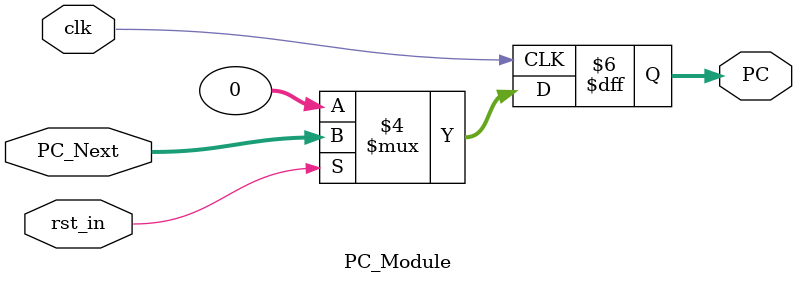
<source format=v>

module PC_Module(clk,rst_in,PC,PC_Next);
    input clk,rst_in;
    input [31:0]PC_Next;
    output [31:0]PC;
    reg [31:0]PC;

    always @(posedge clk)
    begin
        if(~rst_in)
            PC <= {32{1'b0}};
        else
            PC <= PC_Next;
    end
endmodule
</source>
